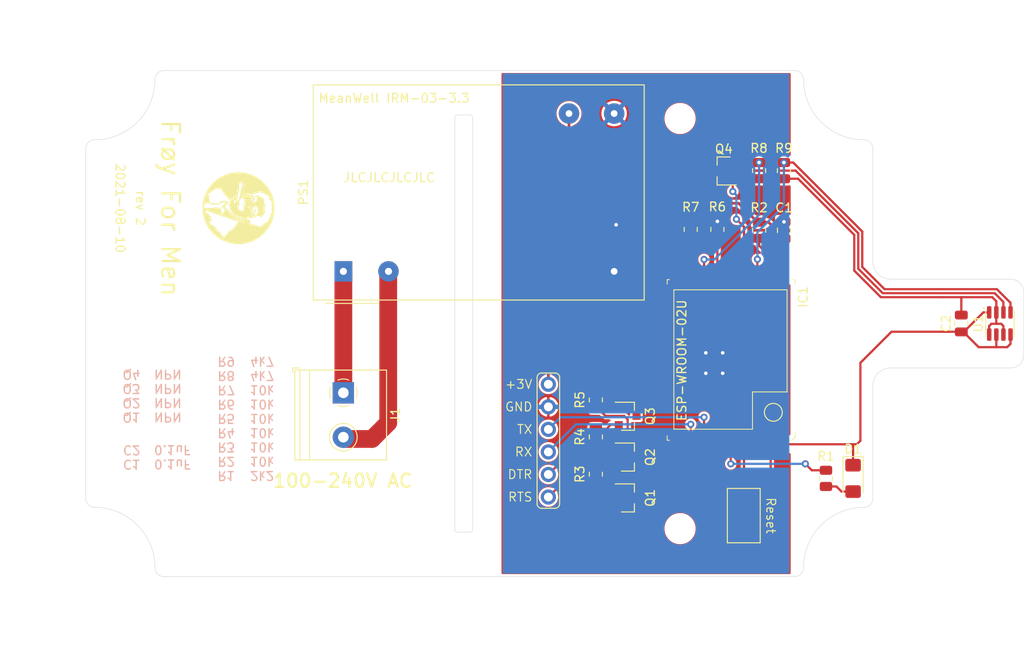
<source format=kicad_pcb>
(kicad_pcb (version 20171130) (host pcbnew "(5.1.10)-1")
  (layers (0 F.Cu signal) (31 B.Cu signal) (34 B.Paste user) (35 F.Paste user) (36 B.SilkS user) (37 F.SilkS user) (38 B.Mask user) (39 F.Mask user) (44 Edge.Cuts user))
  (net 0 "")
  (net 1 GNDREF)
  (net 2 +3V3)
  (net 3 "Net-(IC1-Pad2)")
  (net 4 "Net-(D1-Pad2)")
  (net 5 /I2C_CLK)
  (net 6 "Net-(IC1-Pad6)")
  (net 7 /I2C_SDA)
  (net 8 /IO0)
  (net 9 /WAKE_UP)
  (net 10 /RST)
  (net 11 /LED)
  (net 12 /TXD)
  (net 13 /RXD)
  (net 14 /RTS)
  (net 15 /DTR)
  (net 16 "Net-(Q1-Pad1)")
  (net 17 "Net-(Q2-Pad1)")
  (net 18 "Net-(Q3-Pad1)")
  (net 19 /AC_L)
  (net 20 /AC_N)
  (net 21 +3.3VP)
  (net 22 /SENS_PWR)
  (module xrstf:groucho (layer F.Cu) (at 61.81 41 270)
    (fp_text reference G*** hide)
    (fp_text value LOGO hide)
  )
  (module xrstf:BME280_680_BMP280 (layer F.Cu) (at 147.5 53.99 90)
    (fp_text reference U1 (at 0 -2.45 90) (layer F.SilkS))
    (fp_text value BME280)
    (pad 1 smd roundrect (at 1.25 -1.2) (size 0.5 1.4) (layers F.Cu F.Paste F.Mask) (net 1 GNDREF))
    (pad 2 smd roundrect (at 1.25 -0.4) (size 0.5 1.4) (layers F.Cu F.Paste F.Mask) (net 21 +3.3VP))
    (pad 3 smd roundrect (at 1.25 0.4) (size 0.5 1.4) (layers F.Cu F.Paste F.Mask) (net 7 /I2C_SDA))
    (pad 4 smd roundrect (at 1.25 1.2) (size 0.5 1.4) (layers F.Cu F.Paste F.Mask) (net 5 /I2C_CLK))
    (pad 5 smd roundrect (at -1.25 1.2) (size 0.5 1.4) (layers F.Cu F.Paste F.Mask) (net 1 GNDREF))
    (pad 6 smd roundrect (at -1.25 0.4) (size 0.5 1.4) (layers F.Cu F.Paste F.Mask) (net 21 +3.3VP))
    (pad 7 smd roundrect (at -1.25 -0.4) (size 0.5 1.4) (layers F.Cu F.Paste F.Mask) (net 1 GNDREF))
    (pad 8 smd roundrect (at -1.25 -1.2) (size 0.5 1.4) (layers F.Cu F.Paste F.Mask) (net 21 +3.3VP))
  )
  (module Converter_ACDC:Converter_ACDC_MeanWell_IRM-03-xx_THT (layer F.Cu) (at 73.6 48.12 90)
    (fp_text reference PS1 (at 8.89 -4.5 90) (layer F.SilkS))
    (fp_text value IRM-03-3.3)
    (pad 16 thru_hole circle (at 17.78 25.4 90) (size 2.3 2.3) (drill 0.76) (layers *.Cu *.Mask) (net 2 +3V3))
    (pad 14 thru_hole circle (at 17.78 30.48 90) (size 2.3 2.3) (drill 0.76) (layers *.Cu *.Mask) (net 1 GNDREF))
    (pad 3 thru_hole circle (at 0 5.08 90) (size 2.3 2.3) (drill 0.8) (layers *.Cu *.Mask) (net 20 /AC_N))
    (pad 1 thru_hole rect (at 0 0 90) (size 2.3 2) (drill 0.8) (layers *.Cu *.Mask) (net 19 /AC_L))
    (pad 5 thru_hole circle (at 0 30.48 90) (size 2.3 2.3) (drill 0.76) (layers *.Cu *.Mask))
  )
  (module xrstf:PinHeader_1x06_P2.54mm_Vertical (layer F.Cu) (at 96.675 60.84)
    (fp_text reference J2 hide)
    (fp_text value Conn_01x06)
    (pad 1 thru_hole circle (at 0 0) (size 1.7 1.7) (drill 1) (layers *.Cu *.Mask) (net 2 +3V3))
    (pad 6 thru_hole oval (at 0 12.7) (size 1.7 1.7) (drill 1) (layers *.Cu *.Mask) (net 14 /RTS))
    (pad 5 thru_hole oval (at 0 10.16) (size 1.7 1.7) (drill 1) (layers *.Cu *.Mask) (net 15 /DTR))
    (pad 4 thru_hole oval (at 0 7.62) (size 1.7 1.7) (drill 1) (layers *.Cu *.Mask) (net 13 /RXD))
    (pad 3 thru_hole oval (at 0 5.08) (size 1.7 1.7) (drill 1) (layers *.Cu *.Mask) (net 12 /TXD))
    (pad 2 thru_hole oval (at 0 2.54) (size 1.7 1.7) (drill 1) (layers *.Cu *.Mask) (net 1 GNDREF))
  )
  (module xrstf:ESP-WROOM-02U (layer F.Cu) (at 117.2 57.5 270)
    (fp_text reference IC1 (at -6.5 -8.15 90) (layer F.SilkS))
    (fp_text value ESP-WROOM-02U__4MB_)
    (fp_text user ESP-WROOM-02U (at 0.65 5.5 90) (layer F.SilkS))
    (pad 19 smd rect (at 0.95 1.8 270) (size 4 4) (layers F.Cu F.Paste F.Mask) (net 1 GNDREF))
    (pad 1 smd rect (at -8.9 -6 270) (size 1.5 0.9) (layers F.Cu F.Paste F.Mask) (net 2 +3V3))
    (pad 2 smd rect (at -8.9 -4.5 270) (size 1.5 0.9) (layers F.Cu F.Paste F.Mask) (net 3 "Net-(IC1-Pad2)"))
    (pad 3 smd rect (at -8.9 -3 270) (size 1.5 0.9) (layers F.Cu F.Paste F.Mask) (net 5 /I2C_CLK))
    (pad 4 smd rect (at -8.9 -1.5 270) (size 1.5 0.9) (layers F.Cu F.Paste F.Mask) (net 22 /SENS_PWR))
    (pad 5 smd rect (at -8.9 0 270) (size 1.5 0.9) (layers F.Cu F.Paste F.Mask))
    (pad 6 smd rect (at -8.9 1.5 270) (size 1.5 0.9) (layers F.Cu F.Paste F.Mask) (net 6 "Net-(IC1-Pad6)"))
    (pad 7 smd rect (at -8.9 3 270) (size 1.5 0.9) (layers F.Cu F.Paste F.Mask) (net 7 /I2C_SDA))
    (pad 8 smd rect (at -8.9 4.5 270) (size 1.5 0.9) (layers F.Cu F.Paste F.Mask) (net 8 /IO0))
    (pad 9 smd rect (at -8.9 6 270) (size 1.5 0.9) (layers F.Cu F.Paste F.Mask) (net 1 GNDREF))
    (pad 18 smd rect (at 10.1 -6 270) (size 1.5 0.9) (layers F.Cu F.Paste F.Mask) (net 1 GNDREF))
    (pad 17 smd rect (at 10.1 -4.5 270) (size 1.5 0.9) (layers F.Cu F.Paste F.Mask) (net 9 /WAKE_UP))
    (pad 16 smd rect (at 10.1 -3 270) (size 1.5 0.9) (layers F.Cu F.Paste F.Mask))
    (pad 15 smd rect (at 10.1 -1.5 270) (size 1.5 0.9) (layers F.Cu F.Paste F.Mask) (net 10 /RST))
    (pad 10 smd rect (at 10.1 6 270) (size 1.5 0.9) (layers F.Cu F.Paste F.Mask))
    (pad 13 smd rect (at 10.1 1.5 270) (size 1.5 0.9) (layers F.Cu F.Paste F.Mask) (net 1 GNDREF))
    (pad 14 smd rect (at 10.1 0 270) (size 1.5 0.9) (layers F.Cu F.Paste F.Mask) (net 11 /LED))
    (pad 12 smd rect (at 10.1 3 270) (size 1.5 0.9) (layers F.Cu F.Paste F.Mask) (net 12 /TXD))
    (pad 11 smd rect (at 10.1 4.5 270) (size 1.5 0.9) (layers F.Cu F.Paste F.Mask) (net 13 /RXD))
  )
  (module Package_TO_SOT_SMD:SOT-23 (layer F.Cu) (at 116.43 36.81 180)
    (fp_text reference Q4 (at 0 2.47) (layer F.SilkS))
    (fp_text value Q_NPN_BEC)
    (pad 3 smd rect (at 1 0 180) (size 0.9 0.8) (layers F.Cu F.Paste F.Mask) (net 2 +3V3))
    (pad 2 smd rect (at -1 0.95 180) (size 0.9 0.8) (layers F.Cu F.Paste F.Mask) (net 21 +3.3VP))
    (pad 1 smd rect (at -1 -0.95 180) (size 0.9 0.8) (layers F.Cu F.Paste F.Mask) (net 22 /SENS_PWR))
  )
  (module MountingHole:MountingHole_3mm (layer F.Cu) (at 66.3 77.1 180)
    (fp_text reference H4 hide)
    (fp_text value SW)
    (pad 1 np_thru_hole circle (at 0 0 180) (size 3 3) (drill 3) (layers *.Cu *.Mask))
  )
  (module MountingHole:MountingHole_3mm (layer F.Cu) (at 66.3 30.9 180)
    (fp_text reference H4 hide)
    (fp_text value SW)
    (pad 1 np_thru_hole circle (at 0 0 180) (size 3 3) (drill 3) (layers *.Cu *.Mask))
  )
  (module TerminalBlock_Philmore:TerminalBlock_Philmore_TB132_1x02_P5.00mm_Horizontal (layer F.Cu) (at 73.6 61.8 270)
    (fp_text reference J1 (at 2.5 -5.86 90) (layer F.SilkS))
    (fp_text value Screw_Terminal_01x02)
    (pad 2 thru_hole circle (at 5 0 270) (size 2.4 2.4) (drill 1.2) (layers *.Cu *.Mask) (net 20 /AC_N))
    (pad 1 thru_hole rect (at 0 0 270) (size 2.4 2.4) (drill 1.2) (layers *.Cu *.Mask) (net 19 /AC_L))
  )
  (module MountingHole:MountingHole_3mm (layer F.Cu) (at 48.8 54 180)
    (fp_text reference H4 hide)
    (fp_text value SW)
    (pad 1 np_thru_hole circle (at 0 0 180) (size 3 3) (drill 3) (layers *.Cu *.Mask))
  )
  (module Resistor_SMD:R_0805_2012Metric (layer F.Cu) (at 102.02 70.97 90)
    (fp_text reference R3 (at 0 -1.8 90) (layer F.SilkS))
    (fp_text value 10k)
    (pad 2 smd roundrect (at 0.9125 0 90) (size 1.025 1.4) (layers F.Cu F.Paste F.Mask) (roundrect_rratio 0.243902) (net 14 /RTS))
    (pad 1 smd roundrect (at -0.9125 0 90) (size 1.025 1.4) (layers F.Cu F.Paste F.Mask) (roundrect_rratio 0.243902) (net 16 "Net-(Q1-Pad1)"))
  )
  (module Resistor_SMD:R_0805_2012Metric (layer F.Cu) (at 102.02 66.77 90)
    (fp_text reference R4 (at 0 -1.8 90) (layer F.SilkS))
    (fp_text value 10k)
    (pad 2 smd roundrect (at 0.9125 0 90) (size 1.025 1.4) (layers F.Cu F.Paste F.Mask) (roundrect_rratio 0.243902) (net 15 /DTR))
    (pad 1 smd roundrect (at -0.9125 0 90) (size 1.025 1.4) (layers F.Cu F.Paste F.Mask) (roundrect_rratio 0.243902) (net 17 "Net-(Q2-Pad1)"))
  )
  (module Resistor_SMD:R_0805_2012Metric (layer F.Cu) (at 102.02 62.6 270)
    (fp_text reference R5 (at 0 1.8 90) (layer F.SilkS))
    (fp_text value 10k)
    (pad 2 smd roundrect (at 0.9125 0 270) (size 1.025 1.4) (layers F.Cu F.Paste F.Mask) (roundrect_rratio 0.243902) (net 14 /RTS))
    (pad 1 smd roundrect (at -0.9125 0 270) (size 1.025 1.4) (layers F.Cu F.Paste F.Mask) (roundrect_rratio 0.243902) (net 18 "Net-(Q3-Pad1)"))
  )
  (module Resistor_SMD:R_0805_2012Metric (layer F.Cu) (at 123.19 36.77 90)
    (fp_text reference R9 (at 2.52 -0.01 180) (layer F.SilkS))
    (fp_text value 4k7)
    (pad 2 smd roundrect (at 0.9125 0 90) (size 1.025 1.4) (layers F.Cu F.Paste F.Mask) (roundrect_rratio 0.243902) (net 5 /I2C_CLK))
    (pad 1 smd roundrect (at -0.9125 0 90) (size 1.025 1.4) (layers F.Cu F.Paste F.Mask) (roundrect_rratio 0.243902) (net 21 +3.3VP))
  )
  (module Resistor_SMD:R_0805_2012Metric (layer F.Cu) (at 127.925 71.44 270)
    (fp_text reference R1 (at -2.5 0 180) (layer F.SilkS))
    (fp_text value 2k2)
    (pad 2 smd roundrect (at 0.9125 0 270) (size 1.025 1.4) (layers F.Cu F.Paste F.Mask) (roundrect_rratio 0.243902) (net 4 "Net-(D1-Pad2)"))
    (pad 1 smd roundrect (at -0.9125 0 270) (size 1.025 1.4) (layers F.Cu F.Paste F.Mask) (roundrect_rratio 0.243902) (net 11 /LED))
  )
  (module Resistor_SMD:R_0805_2012Metric (layer F.Cu) (at 115.7 43.39 270)
    (fp_text reference R6 (at -2.54 0 180) (layer F.SilkS))
    (fp_text value 10k)
    (pad 2 smd roundrect (at 0.9125 0 270) (size 1.025 1.4) (layers F.Cu F.Paste F.Mask) (roundrect_rratio 0.243902) (net 6 "Net-(IC1-Pad6)"))
    (pad 1 smd roundrect (at -0.9125 0 270) (size 1.025 1.4) (layers F.Cu F.Paste F.Mask) (roundrect_rratio 0.243902) (net 1 GNDREF))
  )
  (module Resistor_SMD:R_0805_2012Metric (layer F.Cu) (at 112.7 43.39 90)
    (fp_text reference R7 (at 2.5 0 180) (layer F.SilkS))
    (fp_text value 10k)
    (pad 2 smd roundrect (at 0.9125 0 90) (size 1.025 1.4) (layers F.Cu F.Paste F.Mask) (roundrect_rratio 0.243902) (net 2 +3V3))
    (pad 1 smd roundrect (at -0.9125 0 90) (size 1.025 1.4) (layers F.Cu F.Paste F.Mask) (roundrect_rratio 0.243902) (net 8 /IO0))
  )
  (module Resistor_SMD:R_0805_2012Metric (layer F.Cu) (at 120.4 43.49 270)
    (fp_text reference R2 (at -2.54 0 180) (layer F.SilkS))
    (fp_text value 10k)
    (pad 2 smd roundrect (at 0.9125 0 270) (size 1.025 1.4) (layers F.Cu F.Paste F.Mask) (roundrect_rratio 0.243902) (net 3 "Net-(IC1-Pad2)"))
    (pad 1 smd roundrect (at -0.9125 0 270) (size 1.025 1.4) (layers F.Cu F.Paste F.Mask) (roundrect_rratio 0.243902) (net 2 +3V3))
  )
  (module Resistor_SMD:R_0805_2012Metric (layer F.Cu) (at 120.395 36.77 90)
    (fp_text reference R8 (at 2.52 -0.01 180) (layer F.SilkS))
    (fp_text value 4k7)
    (pad 2 smd roundrect (at 0.9125 0 90) (size 1.025 1.4) (layers F.Cu F.Paste F.Mask) (roundrect_rratio 0.243902) (net 7 /I2C_SDA))
    (pad 1 smd roundrect (at -0.9125 0 90) (size 1.025 1.4) (layers F.Cu F.Paste F.Mask) (roundrect_rratio 0.243902) (net 21 +3.3VP))
  )
  (module Capacitor_SMD:C_0805_2012Metric (layer F.Cu) (at 123.2 43.49 90)
    (fp_text reference C1 (at 2.535 0 180) (layer F.SilkS))
    (fp_text value 100nF)
    (pad 2 smd roundrect (at 0.95 0 90) (size 1 1.45) (layers F.Cu F.Paste F.Mask) (net 1 GNDREF))
    (pad 1 smd roundrect (at -0.95 0 90) (size 1 1.45) (layers F.Cu F.Paste F.Mask) (net 2 +3V3))
  )
  (module Capacitor_SMD:C_0805_2012Metric (layer F.Cu) (at 143.16 53.99 90)
    (fp_text reference C2 (at -0.000001 -1.71 90) (layer F.SilkS))
    (fp_text value 100nF)
    (pad 2 smd roundrect (at 0.95 0 90) (size 1 1.45) (layers F.Cu F.Paste F.Mask) (net 21 +3.3VP))
    (pad 1 smd roundrect (at -0.95 0 90) (size 1 1.45) (layers F.Cu F.Paste F.Mask) (net 1 GNDREF))
  )
  (module Button_Switch_SMD:SW_SPST_CK_RS282G05A3 (layer F.Cu) (at 118.6718 75.6336 270)
    (fp_text reference SW1 hide)
    (fp_text value SW_SPST)
    (pad 2 smd rect (at 3.9 0 270) (size 1.5 1.5) (layers F.Cu F.Paste F.Mask) (net 1 GNDREF))
    (pad 1 smd rect (at -3.9 0 270) (size 1.5 1.5) (layers F.Cu F.Paste F.Mask) (net 10 /RST))
  )
  (module Package_TO_SOT_SMD:SOT-23 (layer F.Cu) (at 105.6 64.44)
    (fp_text reference Q3 (at 2.54 0 90) (layer F.SilkS))
    (fp_text value Q_NPN_BEC)
    (pad 3 smd rect (at 1 0) (size 0.9 0.8) (layers F.Cu F.Paste F.Mask) (net 8 /IO0))
    (pad 2 smd rect (at -1 0.95) (size 0.9 0.8) (layers F.Cu F.Paste F.Mask) (net 15 /DTR))
    (pad 1 smd rect (at -1 -0.95) (size 0.9 0.8) (layers F.Cu F.Paste F.Mask) (net 18 "Net-(Q3-Pad1)"))
  )
  (module MountingHole:MountingHole_3mm (layer F.Cu) (at 111.5 77.1 180)
    (fp_text reference H1 hide)
    (fp_text value NW)
    (pad 1 np_thru_hole circle (at 0 0 180) (size 3 3) (drill 3) (layers *.Cu *.Mask))
  )
  (module MountingHole:MountingHole_3mm (layer F.Cu) (at 111.5 30.9 180)
    (fp_text reference H4 hide)
    (fp_text value SW)
    (pad 1 np_thru_hole circle (at 0 0 180) (size 3 3) (drill 3) (layers *.Cu *.Mask))
  )
  (module Package_TO_SOT_SMD:SOT-23 (layer F.Cu) (at 105.6 73.64)
    (fp_text reference Q1 (at 2.54 0 90) (layer F.SilkS))
    (fp_text value Q_NPN_BEC)
    (pad 3 smd rect (at 1 0) (size 0.9 0.8) (layers F.Cu F.Paste F.Mask) (net 9 /WAKE_UP))
    (pad 2 smd rect (at -1 0.95) (size 0.9 0.8) (layers F.Cu F.Paste F.Mask) (net 10 /RST))
    (pad 1 smd rect (at -1 -0.95) (size 0.9 0.8) (layers F.Cu F.Paste F.Mask) (net 16 "Net-(Q1-Pad1)"))
  )
  (module Package_TO_SOT_SMD:SOT-23 (layer F.Cu) (at 105.6 69.04)
    (fp_text reference Q2 (at 2.54 0 90) (layer F.SilkS))
    (fp_text value Q_NPN_BEC)
    (pad 3 smd rect (at 1 0) (size 0.9 0.8) (layers F.Cu F.Paste F.Mask) (net 10 /RST))
    (pad 2 smd rect (at -1 0.95) (size 0.9 0.8) (layers F.Cu F.Paste F.Mask) (net 14 /RTS))
    (pad 1 smd rect (at -1 -0.95) (size 0.9 0.8) (layers F.Cu F.Paste F.Mask) (net 17 "Net-(Q2-Pad1)"))
  )
  (module LED_SMD:LED_1206_3216Metric_Pad1.42x1.75mm_HandSolder (layer F.Cu) (at 130.975 71.44 270)
    (fp_text reference D1 (at -3.3 0 180) (layer F.SilkS))
    (fp_text value STATUS)
    (pad 2 smd roundrect (at 1.4875 0 270) (size 1.425 1.75) (layers F.Cu F.Paste F.Mask) (roundrect_rratio 0.175439) (net 4 "Net-(D1-Pad2)"))
    (pad 1 smd roundrect (at -1.4875 0 270) (size 1.425 1.75) (layers F.Cu F.Paste F.Mask) (roundrect_rratio 0.175439) (net 1 GNDREF))
  )
  (gr_text "100-240V AC" (at 73.53 71.71) (layer F.SilkS) (effects (font (size 1.5 1.5) (thickness 0.25))))
  (gr_text "NPN\nNPN\nNPN\nNPN" (at 52.2 62.12 180) (layer B.SilkS) (effects (font (size 1 1)) (justify left mirror)))
  (gr_text "Q1\nQ2\nQ3\nQ4" (at 50.85 62.14 180) (layer B.SilkS) (effects (font (size 1 1)) (justify right mirror)))
  (gr_text "MeanWell IRM-03-3.3" (at 79.31 28.61) (layer F.SilkS) (effects (font (size 1 1))))
  (gr_arc (start 87.85 77.2) (end 87.85 77.5) (angle -90) (layer Edge.Cuts) (width 0.05))
  (gr_arc (start 86.45 77.2) (end 86.15 77.2) (angle -90) (layer Edge.Cuts) (width 0.05))
  (gr_arc (start 86.45 30.8) (end 86.45 30.5) (angle -90) (layer Edge.Cuts) (width 0.05))
  (gr_arc (start 87.85 30.8) (end 88.15 30.8) (angle -90) (layer Edge.Cuts) (width 0.05))
  (gr_line (start 86.45 30.5) (end 87.85 30.5) (layer Edge.Cuts) (width 0.05))
  (gr_line (start 88.15 77.2) (end 88.15 30.8) (layer Edge.Cuts) (width 0.05))
  (gr_line (start 86.45 77.5) (end 87.85 77.5) (layer Edge.Cuts) (width 0.05))
  (gr_line (start 86.15 30.8) (end 86.15 77.2) (layer Edge.Cuts) (width 0.05))
  (gr_line (start 133.2 47) (end 133.2 34.3) (layer Edge.Cuts) (width 0.05))
  (gr_arc (start 135.2 61) (end 135.2 59) (angle -90) (layer Edge.Cuts) (width 0.05))
  (gr_arc (start 135.2 47) (end 133.2 47) (angle -90) (layer Edge.Cuts) (width 0.05))
  (gr_arc (start 148.7 57.5) (end 148.7 59) (angle -90) (layer Edge.Cuts) (width 0.05))
  (gr_arc (start 148.7 50.5) (end 150.2 50.5) (angle -90) (layer Edge.Cuts) (width 0.05))
  (gr_line (start 133.2 73.7) (end 133.2 61) (layer Edge.Cuts) (width 0.05))
  (gr_arc (start 124.4 81.5) (end 124.4 82.5) (angle -90) (layer Edge.Cuts) (width 0.05))
  (gr_arc (start 124.4 26.5) (end 125.4 26.5) (angle -90) (layer Edge.Cuts) (width 0.05))
  (gr_arc (start 132.2 34.3) (end 133.2 34.3) (angle -90) (layer Edge.Cuts) (width 0.05))
  (gr_arc (start 132.2 26.499275) (end 125.4 26.5) (angle -89.99389126) (layer Edge.Cuts) (width 0.05))
  (gr_arc (start 132.2 73.7) (end 132.2 74.7) (angle -90) (layer Edge.Cuts) (width 0.05))
  (gr_arc (start 132.200725 81.5) (end 132.2 74.7) (angle -89.99389126) (layer Edge.Cuts) (width 0.05))
  (gr_arc (start 45.6 73.7) (end 44.6 73.7) (angle -90) (layer Edge.Cuts) (width 0.05))
  (gr_arc (start 53.4 81.5) (end 52.4 81.5) (angle -90) (layer Edge.Cuts) (width 0.05))
  (gr_arc (start 45.6 81.500725) (end 52.4 81.5) (angle -89.99389126) (layer Edge.Cuts) (width 0.05))
  (gr_arc (start 45.6 34.3) (end 45.6 33.3) (angle -90) (layer Edge.Cuts) (width 0.05))
  (gr_arc (start 45.599275 26.5) (end 45.6 33.3) (angle -89.99389126) (layer Edge.Cuts) (width 0.05))
  (gr_text JLCJLCJLCJLC (at 78.76 37.55) (layer F.SilkS) (effects (font (size 1 1))))
  (gr_text "0.1uF\n0.1uF" (at 52.2 69.025 180) (layer B.SilkS) (effects (font (size 1 1)) (justify left mirror)))
  (gr_text "C1\nC2" (at 50.85 69.045 180) (layer B.SilkS) (effects (font (size 1 1)) (justify right mirror)))
  (gr_text "2k2\n10k\n10k\n10k\n10k\n10k\n10k\n4k7\n4k7" (at 62.995 64.695 180) (layer B.SilkS) (effects (font (size 1 1)) (justify left mirror)))
  (gr_text "R1\nR2\nR3\nR4\nR5\nR6\nR7\nR8\nR9" (at 61.495 64.695 180) (layer B.SilkS) (effects (font (size 1 1)) (justify right mirror)))
  (gr_text 2021-08-10 (at 48.47 41.001823 -90) (layer F.SilkS) (effects (font (size 1 1))))
  (gr_text Reset (at 121.7198 75.6336 270) (layer F.SilkS) (effects (font (size 1 1) (thickness 0.12))))
  (gr_text DTR (at 94.944 71) (layer F.SilkS) (effects (font (size 1 1) (thickness 0.12)) (justify right)))
  (gr_text RTS (at 94.944 73.54) (layer F.SilkS) (effects (font (size 1 1) (thickness 0.12)) (justify right)))
  (gr_text "Frøy For Men" (at 54.12 41.001823 270) (layer F.SilkS) (effects (font (size 2 2) (thickness 0.25))))
  (gr_text "rev 2" (at 50.77 41.001823 -90) (layer F.SilkS) (effects (font (size 1 1))))
  (gr_line (start 97.945 74.302) (end 97.945 60.078) (layer F.SilkS) (width 0.12))
  (gr_line (start 95.913 74.81) (end 97.437 74.81) (layer F.SilkS) (width 0.12))
  (gr_line (start 95.405 60.078) (end 95.405 74.302) (layer F.SilkS) (width 0.12))
  (gr_line (start 97.437 59.57) (end 95.913 59.57) (layer F.SilkS) (width 0.12))
  (gr_arc (start 97.437 60.078) (end 97.945 60.078) (angle -90) (layer F.SilkS) (width 0.12))
  (gr_arc (start 95.913 60.078) (end 95.913 59.57) (angle -90) (layer F.SilkS) (width 0.12))
  (gr_arc (start 97.437 74.302) (end 97.437 74.81) (angle -90) (layer F.SilkS) (width 0.12))
  (gr_arc (start 95.913 74.302) (end 95.405 74.302) (angle -90) (layer F.SilkS) (width 0.12))
  (gr_text GND (at 94.944 63.38) (layer F.SilkS) (effects (font (size 1 1) (thickness 0.12)) (justify right)))
  (gr_text +3V (at 94.944 60.84) (layer F.SilkS) (effects (font (size 1 1) (thickness 0.12)) (justify right)))
  (gr_text RX (at 94.944 68.46) (layer F.SilkS) (effects (font (size 1 1) (thickness 0.12)) (justify right)))
  (gr_text TX (at 94.944 65.92) (layer F.SilkS) (effects (font (size 1 1) (thickness 0.12)) (justify right)))
  (gr_arc (start 53.4 26.5) (end 53.4 25.5) (angle -90) (layer Edge.Cuts) (width 0.05))
  (gr_line (start 148.7 49) (end 135.2 49) (layer Edge.Cuts) (width 0.05))
  (gr_line (start 150.2 57.5) (end 150.2 50.5) (layer Edge.Cuts) (width 0.05))
  (gr_line (start 135.2 59) (end 148.7 59) (layer Edge.Cuts) (width 0.05))
  (gr_line (start 44.6 34.3) (end 44.6 73.7) (layer Edge.Cuts) (width 0.05))
  (gr_line (start 124.4 25.5) (end 53.4 25.5) (layer Edge.Cuts) (width 0.05))
  (gr_line (start 53.4 82.5) (end 124.4 82.5) (layer Edge.Cuts) (width 0.05))
  (via (at 123.2 42.54) (size 0.8) (drill 0.4) (layers F.Cu B.Cu) (net 1))
  (via (at 115.7 42.49) (size 0.8) (drill 0.4) (layers F.Cu B.Cu) (net 1))
  (via (at 116.3 57.3) (size 0.8) (drill 0.4) (layers F.Cu B.Cu) (net 1))
  (via (at 114.4 57.3) (size 0.8) (drill 0.4) (layers F.Cu B.Cu) (net 1))
  (via (at 114.4 59.6) (size 0.8) (drill 0.4) (layers F.Cu B.Cu) (net 1))
  (via (at 116.3 59.6) (size 0.8) (drill 0.4) (layers F.Cu B.Cu) (net 1))
  (segment (start 130.935 67.6) (end 130.975 67.64) (width 0.25) (layer F.Cu) (net 1))
  (segment (start 130.975 69.9525) (end 130.975 67.64) (width 0.25) (layer F.Cu) (net 1))
  (segment (start 148.695 56.285) (end 148.32 56.66) (width 0.25) (layer F.Cu) (net 1))
  (segment (start 148.695 55.2455) (end 148.695 56.285) (width 0.25) (layer F.Cu) (net 1))
  (segment (start 147.1 56.65) (end 147.11 56.66) (width 0.25) (layer F.Cu) (net 1))
  (segment (start 147.1 55.25) (end 147.1 56.65) (width 0.25) (layer F.Cu) (net 1))
  (segment (start 148.32 56.66) (end 147.11 56.66) (width 0.25) (layer F.Cu) (net 1))
  (segment (start 143.44 54.94) (end 143.16 54.94) (width 0.25) (layer F.Cu) (net 1))
  (segment (start 145.6345 52.7455) (end 143.44 54.94) (width 0.25) (layer F.Cu) (net 1))
  (segment (start 146.295 52.7455) (end 145.6345 52.7455) (width 0.25) (layer F.Cu) (net 1))
  (segment (start 143.37 54.92) (end 145.11 56.66) (width 0.25) (layer F.Cu) (net 1))
  (segment (start 135.298 54.92) (end 143.37 54.92) (width 0.25) (layer F.Cu) (net 1))
  (segment (start 131.8 58.418) (end 135.298 54.92) (width 0.25) (layer F.Cu) (net 1))
  (segment (start 131.8 67.2) (end 131.8 58.418) (width 0.25) (layer F.Cu) (net 1))
  (segment (start 145.11 56.66) (end 147.11 56.66) (width 0.25) (layer F.Cu) (net 1))
  (segment (start 131.4 67.6) (end 131.8 67.2) (width 0.25) (layer F.Cu) (net 1))
  (segment (start 123.2 67.6) (end 131.4 67.6) (width 0.25) (layer F.Cu) (net 1))
  (via (at 104.3 42.87) (size 0.8) (drill 0.4) (layers F.Cu B.Cu) (net 1))
  (segment (start 123.2 48.6) (end 123.25 48.55) (width 0.25) (layer F.Cu) (net 2))
  (segment (start 123.21001 48.58999) (end 123.2 48.6) (width 0.3) (layer F.Cu) (net 2))
  (segment (start 112.7 40.46) (end 112.69 40.45) (width 0.3) (layer F.Cu) (net 2))
  (segment (start 112.7 42.4775) (end 112.7 40.46) (width 0.3) (layer F.Cu) (net 2))
  (segment (start 120.2175 42.5775) (end 120.4 42.5775) (width 0.3) (layer F.Cu) (net 2))
  (segment (start 118.09 40.45) (end 120.2175 42.5775) (width 0.3) (layer F.Cu) (net 2))
  (segment (start 115.85 40.45) (end 118.09 40.45) (width 0.3) (layer F.Cu) (net 2))
  (segment (start 112.69 40.45) (end 115.85 40.45) (width 0.3) (layer F.Cu) (net 2))
  (segment (start 115.84 40.44) (end 115.85 40.45) (width 0.3) (layer F.Cu) (net 2))
  (segment (start 115.44 36.81) (end 115.44 40.44) (width 0.3) (layer F.Cu) (net 2))
  (segment (start 123.2 48.6) (end 123.2 44.44) (width 0.3) (layer F.Cu) (net 2))
  (segment (start 121.4475 42.5775) (end 120.4 42.5775) (width 0.3) (layer F.Cu) (net 2))
  (segment (start 121.79 44.09) (end 121.79 42.92) (width 0.3) (layer F.Cu) (net 2))
  (segment (start 122.14 44.44) (end 121.79 44.09) (width 0.3) (layer F.Cu) (net 2))
  (segment (start 121.79 42.92) (end 121.4475 42.5775) (width 0.3) (layer F.Cu) (net 2))
  (segment (start 123.2 44.44) (end 122.14 44.44) (width 0.3) (layer F.Cu) (net 2))
  (segment (start 99 40.42) (end 99.03 40.45) (width 0.3) (layer F.Cu) (net 2))
  (segment (start 99 30.34) (end 99 40.42) (width 0.3) (layer F.Cu) (net 2))
  (segment (start 98.96 40.45) (end 112.69 40.45) (width 0.3) (layer F.Cu) (net 2))
  (segment (start 96.675 42.735) (end 98.96 40.45) (width 0.3) (layer F.Cu) (net 2))
  (segment (start 96.675 60.84) (end 96.675 42.735) (width 0.3) (layer F.Cu) (net 2))
  (segment (start 121.7 46.53) (end 121.7 48.6) (width 0.25) (layer F.Cu) (net 3))
  (segment (start 120.4 45.23) (end 121.7 46.53) (width 0.25) (layer F.Cu) (net 3))
  (segment (start 120.4 44.4025) (end 120.4 45.23) (width 0.25) (layer F.Cu) (net 3))
  (segment (start 129.1025 72.3525) (end 127.925 72.3525) (width 0.25) (layer F.Cu) (net 4))
  (segment (start 129.6775 72.9275) (end 129.1025 72.3525) (width 0.25) (layer F.Cu) (net 4))
  (segment (start 130.975 72.9275) (end 129.6775 72.9275) (width 0.25) (layer F.Cu) (net 4))
  (via (at 120.21 46.76) (size 0.8) (drill 0.4) (layers F.Cu B.Cu) (net 5))
  (segment (start 120.2 48.6) (end 120.2 46.77) (width 0.25) (layer F.Cu) (net 5))
  (segment (start 120.2 46.77) (end 120.21 46.76) (width 0.25) (layer F.Cu) (net 5))
  (segment (start 123.19 35.8575) (end 123.19 35.8575) (width 0.25) (layer F.Cu) (net 5))
  (via (at 123.19 35.8575) (size 0.8) (drill 0.4) (layers F.Cu B.Cu) (net 5))
  (segment (start 123.19 40.73) (end 123.19 35.8575) (width 0.25) (layer B.Cu) (net 5))
  (segment (start 120.21 43.71) (end 123.19 40.73) (width 0.25) (layer B.Cu) (net 5))
  (segment (start 120.21 46.76) (end 120.21 43.71) (width 0.25) (layer B.Cu) (net 5))
  (segment (start 134.519978 50.129978) (end 147.164978 50.129978) (width 0.25) (layer F.Cu) (net 5))
  (segment (start 132.010022 47.620022) (end 134.519978 50.129978) (width 0.25) (layer F.Cu) (net 5))
  (segment (start 132.010022 43.630022) (end 132.010022 47.620022) (width 0.25) (layer F.Cu) (net 5))
  (segment (start 124.2375 35.8575) (end 132.010022 43.630022) (width 0.25) (layer F.Cu) (net 5))
  (segment (start 123.19 35.8575) (end 124.2375 35.8575) (width 0.25) (layer F.Cu) (net 5))
  (segment (start 147.164978 50.129978) (end 148.695 51.66) (width 0.25) (layer F.Cu) (net 5))
  (segment (start 148.695 51.66) (end 148.695 52.7455) (width 0.25) (layer F.Cu) (net 5))
  (segment (start 115.7 44.3025) (end 115.7 48.6) (width 0.25) (layer F.Cu) (net 6))
  (via (at 114.2 46.78005) (size 0.8) (drill 0.4) (layers F.Cu B.Cu) (net 7))
  (segment (start 114.2 48.6) (end 114.2 46.78005) (width 0.25) (layer F.Cu) (net 7))
  (segment (start 120.395 35.8575) (end 120.395 35.8575) (width 0.25) (layer F.Cu) (net 7))
  (via (at 120.395 35.8575) (size 0.8) (drill 0.4) (layers F.Cu B.Cu) (net 7))
  (segment (start 115.36995 46.78005) (end 114.2 46.78005) (width 0.25) (layer B.Cu) (net 7))
  (segment (start 120.395 41.755) (end 115.36995 46.78005) (width 0.25) (layer B.Cu) (net 7))
  (segment (start 120.395 35.8575) (end 120.395 41.755) (width 0.25) (layer B.Cu) (net 7))
  (segment (start 147.895 51.56) (end 147.895 52.7455) (width 0.25) (layer F.Cu) (net 7))
  (segment (start 131.560011 47.820011) (end 134.319989 50.579989) (width 0.25) (layer F.Cu) (net 7))
  (segment (start 131.560011 43.8236) (end 131.560011 47.820011) (width 0.25) (layer F.Cu) (net 7))
  (segment (start 124.506411 36.77) (end 131.560011 43.8236) (width 0.25) (layer F.Cu) (net 7))
  (segment (start 146.914989 50.579989) (end 147.895 51.56) (width 0.25) (layer F.Cu) (net 7))
  (segment (start 134.319989 50.579989) (end 146.914989 50.579989) (width 0.25) (layer F.Cu) (net 7))
  (segment (start 122.35 36.77) (end 124.506411 36.77) (width 0.25) (layer F.Cu) (net 7))
  (segment (start 121.4375 35.8575) (end 122.35 36.77) (width 0.25) (layer F.Cu) (net 7))
  (segment (start 120.395 35.8575) (end 121.4375 35.8575) (width 0.25) (layer F.Cu) (net 7))
  (segment (start 112.7 48.6) (end 112.7 50.05) (width 0.25) (layer F.Cu) (net 8))
  (segment (start 106.6 56.15) (end 106.6 64.44) (width 0.25) (layer F.Cu) (net 8))
  (segment (start 112.7 50.05) (end 106.6 56.15) (width 0.25) (layer F.Cu) (net 8))
  (segment (start 112.7 44.3025) (end 112.7 48.6) (width 0.25) (layer F.Cu) (net 8))
  (segment (start 106.6 73.64) (end 120.21 73.64) (width 0.25) (layer F.Cu) (net 9))
  (segment (start 121.7 72.15) (end 121.7 67.6) (width 0.25) (layer F.Cu) (net 9))
  (segment (start 120.21 73.64) (end 121.7 72.15) (width 0.25) (layer F.Cu) (net 9))
  (segment (start 118.7 68.95) (end 118.7 71.7054) (width 0.25) (layer F.Cu) (net 10))
  (segment (start 118.7 67.6) (end 118.7 68.95) (width 0.25) (layer F.Cu) (net 10))
  (segment (start 106.6 71.7172) (end 106.5836 71.7336) (width 0.25) (layer F.Cu) (net 10))
  (segment (start 106.6 69.04) (end 106.6 71.7172) (width 0.25) (layer F.Cu) (net 10))
  (segment (start 118.6718 71.7336) (end 106.5836 71.7336) (width 0.25) (layer F.Cu) (net 10))
  (segment (start 105.325 74.59) (end 104.6 74.59) (width 0.25) (layer F.Cu) (net 10))
  (segment (start 105.6 74.315) (end 105.325 74.59) (width 0.25) (layer F.Cu) (net 10))
  (segment (start 105.6 72.7) (end 105.6 74.315) (width 0.25) (layer F.Cu) (net 10))
  (segment (start 106.5664 71.7336) (end 105.6 72.7) (width 0.25) (layer F.Cu) (net 10))
  (segment (start 106.5836 71.7336) (end 106.5664 71.7336) (width 0.25) (layer F.Cu) (net 10))
  (via (at 117.210002 69.8) (size 0.8) (drill 0.4) (layers F.Cu B.Cu) (net 11))
  (segment (start 117.2 69.789998) (end 117.210002 69.8) (width 0.25) (layer B.Cu) (net 11))
  (segment (start 117.2 67.6) (end 117.2 69.789998) (width 0.25) (layer F.Cu) (net 11))
  (segment (start 117.2 69.789998) (end 117.210002 69.8) (width 0.25) (layer F.Cu) (net 11))
  (via (at 125.600002 69.8) (size 0.8) (drill 0.4) (layers F.Cu B.Cu) (net 11))
  (segment (start 117.210002 69.8) (end 125.600002 69.8) (width 0.25) (layer B.Cu) (net 11))
  (segment (start 127.925 70.5275) (end 126.327502 70.5275) (width 0.25) (layer F.Cu) (net 11))
  (segment (start 126.327502 70.5275) (end 125.600002 69.8) (width 0.25) (layer F.Cu) (net 11))
  (via (at 114.2 64.550004) (size 0.8) (drill 0.4) (layers F.Cu B.Cu) (net 12))
  (segment (start 114.2 67.6) (end 114.2 64.550004) (width 0.25) (layer F.Cu) (net 12))
  (segment (start 96.675 65.92) (end 98.044996 64.550004) (width 0.25) (layer B.Cu) (net 12))
  (segment (start 98.044996 64.550004) (end 114.2 64.550004) (width 0.25) (layer B.Cu) (net 12))
  (via (at 112.7 65.35) (size 0.8) (drill 0.4) (layers F.Cu B.Cu) (net 13))
  (segment (start 112.7 65.35) (end 112.7 67.6) (width 0.25) (layer F.Cu) (net 13))
  (segment (start 99.785 65.35) (end 112.7 65.35) (width 0.25) (layer B.Cu) (net 13))
  (segment (start 96.675 68.46) (end 99.785 65.35) (width 0.25) (layer B.Cu) (net 13))
  (segment (start 104.5325 70.0575) (end 104.6 69.99) (width 0.25) (layer F.Cu) (net 14))
  (segment (start 102.02 70.0575) (end 104.5325 70.0575) (width 0.25) (layer F.Cu) (net 14))
  (segment (start 101.9775 70.1) (end 102.02 70.0575) (width 0.25) (layer F.Cu) (net 14))
  (segment (start 100.115 70.1) (end 100.115 70.1) (width 0.25) (layer F.Cu) (net 14))
  (segment (start 96.675 73.54) (end 100.115 70.1) (width 0.25) (layer F.Cu) (net 14))
  (segment (start 100.115 70.1) (end 101.9775 70.1) (width 0.25) (layer F.Cu) (net 14))
  (segment (start 102.2125 63.5125) (end 102.02 63.5125) (width 0.25) (layer F.Cu) (net 14))
  (segment (start 103.1 64.4) (end 102.2125 63.5125) (width 0.25) (layer F.Cu) (net 14))
  (segment (start 105.2 64.4) (end 103.1 64.4) (width 0.25) (layer F.Cu) (net 14))
  (segment (start 105.6 64.8) (end 105.2 64.4) (width 0.25) (layer F.Cu) (net 14))
  (segment (start 105.6 69.7) (end 105.6 64.8) (width 0.25) (layer F.Cu) (net 14))
  (segment (start 105.31 69.99) (end 105.6 69.7) (width 0.25) (layer F.Cu) (net 14))
  (segment (start 104.6 69.99) (end 105.31 69.99) (width 0.25) (layer F.Cu) (net 14))
  (segment (start 103.7 65.39) (end 104.6 65.39) (width 0.25) (layer F.Cu) (net 15))
  (segment (start 103.2325 65.8575) (end 103.7 65.39) (width 0.25) (layer F.Cu) (net 15))
  (segment (start 102.02 65.8575) (end 103.2325 65.8575) (width 0.25) (layer F.Cu) (net 15))
  (segment (start 101.8175 65.8575) (end 102.02 65.8575) (width 0.25) (layer F.Cu) (net 15))
  (segment (start 96.675 71) (end 101.8175 65.8575) (width 0.25) (layer F.Cu) (net 15))
  (segment (start 103.0825 71.8825) (end 102.02 71.8825) (width 0.25) (layer F.Cu) (net 16))
  (segment (start 103.89 72.69) (end 103.0825 71.8825) (width 0.25) (layer F.Cu) (net 16))
  (segment (start 104.6 72.69) (end 103.89 72.69) (width 0.25) (layer F.Cu) (net 16))
  (segment (start 103.1825 67.6825) (end 102.02 67.6825) (width 0.25) (layer F.Cu) (net 17))
  (segment (start 103.59 68.09) (end 103.1825 67.6825) (width 0.25) (layer F.Cu) (net 17))
  (segment (start 104.6 68.09) (end 103.59 68.09) (width 0.25) (layer F.Cu) (net 17))
  (segment (start 104.6 63.49) (end 104.6 62.1) (width 0.25) (layer F.Cu) (net 18))
  (segment (start 104.1875 61.6875) (end 102.02 61.6875) (width 0.25) (layer F.Cu) (net 18))
  (segment (start 104.6 62.1) (end 104.1875 61.6875) (width 0.25) (layer F.Cu) (net 18))
  (segment (start 73.6 48.12) (end 73.6 61.8) (width 2) (layer F.Cu) (net 19))
  (segment (start 76.829999 67.000001) (end 73.6 67.000001) (width 2) (layer F.Cu) (net 20))
  (segment (start 78.65 65.18) (end 76.829999 67.000001) (width 2) (layer F.Cu) (net 20))
  (segment (start 78.65 48.15) (end 78.65 65.18) (width 2) (layer F.Cu) (net 20))
  (segment (start 78.68 48.12) (end 78.65 48.15) (width 2) (layer F.Cu) (net 20))
  (segment (start 147.095 52.7455) (end 147.095 54.0228) (width 0.25) (layer F.Cu) (net 21))
  (segment (start 147.6506 54.0228) (end 147.095 54.0228) (width 0.25) (layer F.Cu) (net 21))
  (segment (start 147.895 55.2455) (end 147.895 54.2672) (width 0.25) (layer F.Cu) (net 21))
  (segment (start 147.895 54.2672) (end 147.6506 54.0228) (width 0.25) (layer F.Cu) (net 21))
  (segment (start 146.5472 54.0228) (end 147.095 54.0228) (width 0.25) (layer F.Cu) (net 21))
  (segment (start 146.295 54.275) (end 146.5472 54.0228) (width 0.25) (layer F.Cu) (net 21))
  (segment (start 146.295 55.2455) (end 146.295 54.275) (width 0.25) (layer F.Cu) (net 21))
  (segment (start 123.19 37.6825) (end 120.395 37.6825) (width 0.25) (layer F.Cu) (net 21))
  (segment (start 118.38 35.86) (end 117.43 35.86) (width 0.25) (layer F.Cu) (net 21))
  (segment (start 118.77 37.14) (end 118.77 36.25) (width 0.25) (layer F.Cu) (net 21))
  (segment (start 119.3125 37.6825) (end 118.77 37.14) (width 0.25) (layer F.Cu) (net 21))
  (segment (start 118.77 36.25) (end 118.38 35.86) (width 0.25) (layer F.Cu) (net 21))
  (segment (start 120.395 37.6825) (end 119.3125 37.6825) (width 0.25) (layer F.Cu) (net 21))
  (segment (start 134.105 51.03) (end 141.15 51.03) (width 0.25) (layer F.Cu) (net 21))
  (segment (start 131.11 48.035) (end 134.105 51.03) (width 0.25) (layer F.Cu) (net 21))
  (segment (start 124.7825 37.6825) (end 131.11 44.01) (width 0.25) (layer F.Cu) (net 21))
  (segment (start 123.19 37.6825) (end 124.7825 37.6825) (width 0.25) (layer F.Cu) (net 21))
  (segment (start 131.11 44.01) (end 131.11 48.035) (width 0.25) (layer F.Cu) (net 21))
  (segment (start 147.1 51.4875) (end 146.6425 51.03) (width 0.25) (layer F.Cu) (net 21))
  (segment (start 147.1 52.75) (end 147.1 51.4875) (width 0.25) (layer F.Cu) (net 21))
  (segment (start 143.16 51.07) (end 143.2 51.03) (width 0.25) (layer F.Cu) (net 21))
  (segment (start 143.16 53.04) (end 143.16 51.07) (width 0.25) (layer F.Cu) (net 21))
  (segment (start 143.2 51.03) (end 141.15 51.03) (width 0.25) (layer F.Cu) (net 21))
  (segment (start 146.6425 51.03) (end 143.2 51.03) (width 0.25) (layer F.Cu) (net 21))
  (via (at 117.840002 42.24) (size 0.8) (drill 0.4) (layers F.Cu B.Cu) (net 22))
  (segment (start 118.7 48.6) (end 118.7 43.099998) (width 0.25) (layer F.Cu) (net 22))
  (segment (start 118.7 43.099998) (end 117.840002 42.24) (width 0.25) (layer F.Cu) (net 22))
  (via (at 117.44 39.12) (size 0.8) (drill 0.4) (layers F.Cu B.Cu) (net 22))
  (segment (start 117.840002 42.24) (end 117.840002 39.520002) (width 0.25) (layer B.Cu) (net 22))
  (segment (start 117.840002 39.520002) (end 117.44 39.12) (width 0.25) (layer B.Cu) (net 22))
  (segment (start 117.43 37.76) (end 117.43 39.11) (width 0.25) (layer F.Cu) (net 22))
  (segment (start 117.43 39.11) (end 117.44 39.12) (width 0.25) (layer F.Cu) (net 22))
  (zone (net 0) (net_name "") (layers F&B.Cu) (connect_pads (clearance 0.3)) (min_thickness 0.254)
    (keepout (tracks not_allowed) (vias not_allowed) (copperpour not_allowed))
    (fill (arc_segments 32) (thermal_gap 0.508) (thermal_bridge_width 0.508))
    (polygon (pts (xy 123.925 48.94) (xy 130.475 48.94) (xy 130.475 67.24) (xy 123.925 67.24)))
  )
  (zone (net 1) (net_name GNDREF) (layer F.Cu) (connect_pads (clearance 0.254)) (min_thickness 0.254) (fill yes (arc_segments 32) (thermal_gap 0.28) (thermal_bridge_width 0.28))
    (polygon (pts (xy 123.95 83.694285) (xy 91.4 84.044285) (xy 91.4 24.844285) (xy 123.95 24.494285)))
  )
  (zone (net 1) (net_name GNDREF) (layer B.Cu) (connect_pads (clearance 0.3)) (min_thickness 0.254) (fill yes (arc_segments 32) (thermal_gap 0.508) (thermal_bridge_width 0.508))
    (polygon (pts (xy 123.8 83.9) (xy 91.55 84) (xy 91.55 24.8) (xy 123.8 24.7)))
  )
)
</source>
